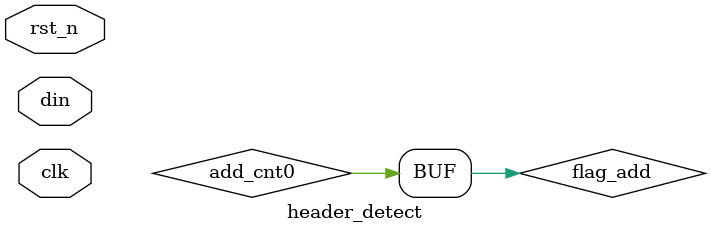
<source format=v>
`timescale 1ns / 10ps

module header_detect(
  input clk,
  input rst_n,
  input [7:0] din
);

reg [7:0] din_r0, din_r1;
reg [7:0] cnt0, cnt1;
wire add_cnt0, add_cnt1;
wire end_cnt0, end_cnt1;
wire flag_add;

always @(posedge clk or negedge rst_n) begin
  if (!rst_n) begin
    din_r0 <= 0;
    din_r1 <= 1;
  end
  else begin
    din_r1 <= din_r0;
    din_r0 <= din;
  end
end

assign flag_add = (din_r1 ==8'h55 && din_r0 == 8'hd5) || (din_r1 ==8'hd5 && din_r0 == 8'h55);
always @(posedge clk or negedge rst_n) begin
  if (!rst_n)
       cnt0 <= 0;
  else if (add_cnt0) begin
    if(end_cnt0)
       cnt0 <= 0;
    else
       cnt0 <= cnt0 + 1;
  end
  else
    cnt0 <= 0;
end
assign add_cnt0 = flag_add;
assign end_cnt0 = add_cnt0 && cnt0 == 2-1;

always @(posedge clk or negedge rst_n) begin
  if (!rst_n)
       cnt1 <= 0;
  else if (add_cnt1)  begin
    if(end_cnt1)
       cnt1 <= 0;
    else
       cnt1 <= cnt1 + 1;
  end
end
assign add_cnt1 = flag_add && end_cnt0;
assign end_cnt1 = add_cnt1 && cnt1 == 5-1;

`ifdef ILA_CFG_RX
ila_cfg_rx u_ila_cfg_rx(
    .clk(clk),
    .probe0(),
    .probe1(),
    .probe2(),
    .probe3()
);
`endif

endmodule


</source>
